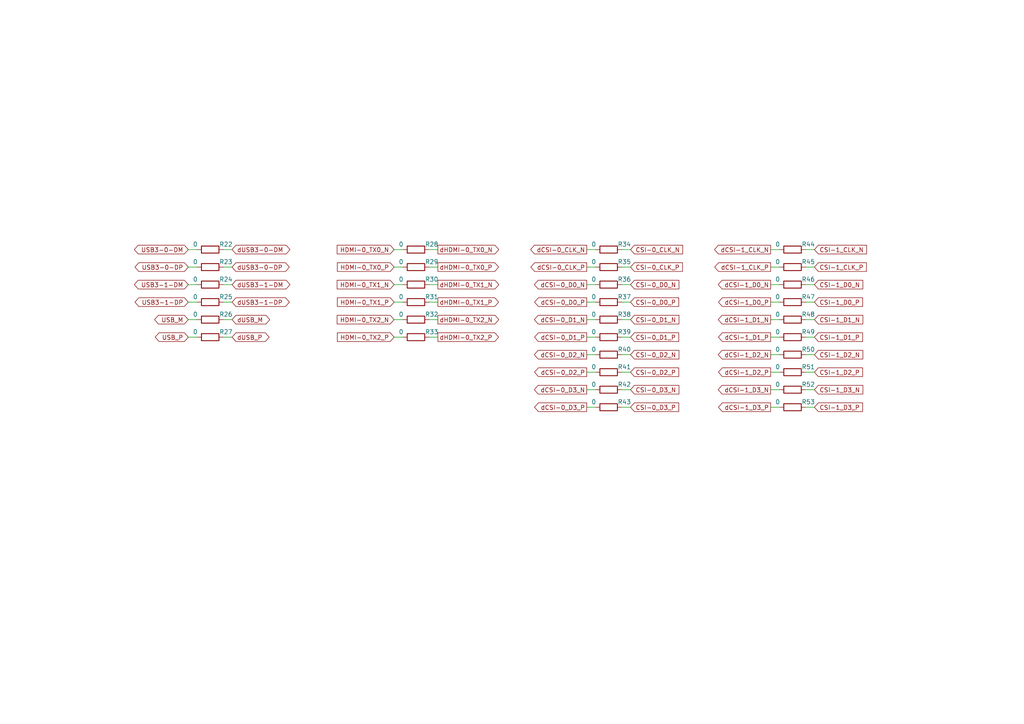
<source format=kicad_sch>
(kicad_sch (version 20250114) (generator "eeschema") (generator_version "9.0")
  (paper "A4")
  (lib_symbols
    (symbol "Device:R" (pin_numbers (hide yes)) (pin_names (offset 0))
      (property "Reference" "R" (at 2.032 0 90))
      (property "Value" "R" (at 0 0 90))
      (symbol "R_0_1"
        (rectangle (start -1.016 -2.54) (end 1.016 2.54) (stroke (width 0.254)))
      )
      (symbol "R_1_1"
        (pin passive line (at 0 3.81 270) (length 1.27) (name "~") (number "1"))
        (pin passive line (at 0 -3.81 90) (length 1.27) (name "~") (number "2"))
      )
    )
  )
  (wire (pts (xy 64.77 82.55) (xy 67.31 82.55)))
  (wire (pts (xy 233.68 72.39) (xy 236.22 72.39)))
  (wire (pts (xy 116.84 82.55) (xy 114.3 82.55)))
  (wire (pts (xy 180.34 77.47) (xy 182.88 77.47)))
  (wire (pts (xy 180.34 113.03) (xy 182.88 113.03)))
  (wire (pts (xy 172.72 92.71) (xy 170.18 92.71)))
  (wire (pts (xy 64.77 87.63) (xy 67.31 87.63)))
  (wire (pts (xy 180.34 82.55) (xy 182.88 82.55)))
  (wire (pts (xy 124.46 92.71) (xy 127 92.71)))
  (wire (pts (xy 57.15 77.47) (xy 54.61 77.47)))
  (wire (pts (xy 233.68 102.87) (xy 236.22 102.87)))
  (wire (pts (xy 223.52 77.47) (xy 226.06 77.47)))
  (wire (pts (xy 172.72 118.11) (xy 170.18 118.11)))
  (wire (pts (xy 180.34 92.71) (xy 182.88 92.71)))
  (wire (pts (xy 172.72 113.03) (xy 170.18 113.03)))
  (wire (pts (xy 223.52 118.11) (xy 226.06 118.11)))
  (wire (pts (xy 223.52 92.71) (xy 226.06 92.71)))
  (wire (pts (xy 223.52 113.03) (xy 226.06 113.03)))
  (wire (pts (xy 180.34 107.95) (xy 182.88 107.95)))
  (wire (pts (xy 116.84 92.71) (xy 114.3 92.71)))
  (wire (pts (xy 57.15 92.71) (xy 54.61 92.71)))
  (wire (pts (xy 124.46 82.55) (xy 127 82.55)))
  (wire (pts (xy 180.34 72.39) (xy 182.88 72.39)))
  (wire (pts (xy 57.15 72.39) (xy 54.61 72.39)))
  (wire (pts (xy 172.72 87.63) (xy 170.18 87.63)))
  (wire (pts (xy 223.52 102.87) (xy 226.06 102.87)))
  (wire (pts (xy 233.68 118.11) (xy 236.22 118.11)))
  (wire (pts (xy 124.46 72.39) (xy 127 72.39)))
  (wire (pts (xy 124.46 87.63) (xy 127 87.63)))
  (wire (pts (xy 172.72 72.39) (xy 170.18 72.39)))
  (wire (pts (xy 180.34 87.63) (xy 182.88 87.63)))
  (wire (pts (xy 223.52 87.63) (xy 226.06 87.63)))
  (wire (pts (xy 57.15 82.55) (xy 54.61 82.55)))
  (wire (pts (xy 116.84 72.39) (xy 114.3 72.39)))
  (wire (pts (xy 64.77 77.47) (xy 67.31 77.47)))
  (wire (pts (xy 233.68 113.03) (xy 236.22 113.03)))
  (wire (pts (xy 64.77 72.39) (xy 67.31 72.39)))
  (wire (pts (xy 172.72 107.95) (xy 170.18 107.95)))
  (wire (pts (xy 233.68 87.63) (xy 236.22 87.63)))
  (wire (pts (xy 233.68 97.79) (xy 236.22 97.79)))
  (wire (pts (xy 233.68 92.71) (xy 236.22 92.71)))
  (wire (pts (xy 172.72 97.79) (xy 170.18 97.79)))
  (wire (pts (xy 233.68 82.55) (xy 236.22 82.55)))
  (wire (pts (xy 180.34 97.79) (xy 182.88 97.79)))
  (wire (pts (xy 172.72 102.87) (xy 170.18 102.87)))
  (wire (pts (xy 64.77 92.71) (xy 67.31 92.71)))
  (wire (pts (xy 172.72 77.47) (xy 170.18 77.47)))
  (wire (pts (xy 124.46 77.47) (xy 127 77.47)))
  (wire (pts (xy 124.46 97.79) (xy 127 97.79)))
  (wire (pts (xy 223.52 97.79) (xy 226.06 97.79)))
  (wire (pts (xy 180.34 118.11) (xy 182.88 118.11)))
  (wire (pts (xy 172.72 82.55) (xy 170.18 82.55)))
  (wire (pts (xy 116.84 97.79) (xy 114.3 97.79)))
  (wire (pts (xy 233.68 107.95) (xy 236.22 107.95)))
  (wire (pts (xy 223.52 82.55) (xy 226.06 82.55)))
  (wire (pts (xy 64.77 97.79) (xy 67.31 97.79)))
  (wire (pts (xy 57.15 87.63) (xy 54.61 87.63)))
  (wire (pts (xy 233.68 77.47) (xy 236.22 77.47)))
  (wire (pts (xy 57.15 97.79) (xy 54.61 97.79)))
  (wire (pts (xy 116.84 77.47) (xy 114.3 77.47)))
  (wire (pts (xy 223.52 107.95) (xy 226.06 107.95)))
  (wire (pts (xy 223.52 72.39) (xy 226.06 72.39)))
  (wire (pts (xy 116.84 87.63) (xy 114.3 87.63)))
  (wire (pts (xy 180.34 102.87) (xy 182.88 102.87)))
  (global_label "CSI-1_D1_P" (shape input) (at 236.22 97.79 0) (property "Intersheetrefs" "${INTERSHEET_REFS}" (effects (hide yes))))
  (global_label "HDMI-0_TX0_N" (shape input) (at 114.3 72.39 180) (property "Intersheetrefs" "${INTERSHEET_REFS}" (effects (hide yes))))
  (global_label "USB_P" (shape bidirectional) (at 54.61 97.79 180) (property "Intersheetrefs" "${INTERSHEET_REFS}" (effects (hide yes))))
  (global_label "USB3-1-DM" (shape bidirectional) (at 54.61 82.55 180) (property "Intersheetrefs" "${INTERSHEET_REFS}" (effects (hide yes))))
  (global_label "CSI-0_D1_P" (shape input) (at 182.88 97.79 0) (property "Intersheetrefs" "${INTERSHEET_REFS}" (effects (hide yes))))
  (global_label "HDMI-0_TX1_P" (shape input) (at 114.3 87.63 180) (property "Intersheetrefs" "${INTERSHEET_REFS}" (effects (hide yes))))
  (global_label "dCSI-1_CLK_P" (shape output) (at 223.52 77.47 180) (property "Intersheetrefs" "${INTERSHEET_REFS}" (effects (hide yes))))
  (global_label "dUSB3-0-DP" (shape bidirectional) (at 67.31 77.47 0) (property "Intersheetrefs" "${INTERSHEET_REFS}" (effects (hide yes))))
  (global_label "dCSI-0_D3_P" (shape output) (at 170.18 118.11 180) (property "Intersheetrefs" "${INTERSHEET_REFS}" (effects (hide yes))))
  (global_label "dCSI-1_D3_P" (shape output) (at 223.52 118.11 180) (property "Intersheetrefs" "${INTERSHEET_REFS}" (effects (hide yes))))
  (global_label "dUSB3-1-DM" (shape bidirectional) (at 67.31 82.55 0) (property "Intersheetrefs" "${INTERSHEET_REFS}" (effects (hide yes))))
  (global_label "HDMI-0_TX2_N" (shape input) (at 114.3 92.71 180) (property "Intersheetrefs" "${INTERSHEET_REFS}" (effects (hide yes))))
  (global_label "dCSI-0_CLK_P" (shape output) (at 170.18 77.47 180) (property "Intersheetrefs" "${INTERSHEET_REFS}" (effects (hide yes))))
  (global_label "dCSI-1_D2_P" (shape output) (at 223.52 107.95 180) (property "Intersheetrefs" "${INTERSHEET_REFS}" (effects (hide yes))))
  (global_label "dUSB_P" (shape bidirectional) (at 67.31 97.79 0) (property "Intersheetrefs" "${INTERSHEET_REFS}" (effects (hide yes))))
  (global_label "CSI-0_D0_N" (shape input) (at 182.88 82.55 0) (property "Intersheetrefs" "${INTERSHEET_REFS}" (effects (hide yes))))
  (global_label "CSI-1_D3_N" (shape input) (at 236.22 113.03 0) (property "Intersheetrefs" "${INTERSHEET_REFS}" (effects (hide yes))))
  (global_label "CSI-1_CLK_P" (shape input) (at 236.22 77.47 0) (property "Intersheetrefs" "${INTERSHEET_REFS}" (effects (hide yes))))
  (global_label "dCSI-0_D1_P" (shape output) (at 170.18 97.79 180) (property "Intersheetrefs" "${INTERSHEET_REFS}" (effects (hide yes))))
  (global_label "CSI-0_D0_P" (shape input) (at 182.88 87.63 0) (property "Intersheetrefs" "${INTERSHEET_REFS}" (effects (hide yes))))
  (global_label "CSI-0_CLK_P" (shape input) (at 182.88 77.47 0) (property "Intersheetrefs" "${INTERSHEET_REFS}" (effects (hide yes))))
  (global_label "HDMI-0_TX1_N" (shape input) (at 114.3 82.55 180) (property "Intersheetrefs" "${INTERSHEET_REFS}" (effects (hide yes))))
  (global_label "USB3-1-DP" (shape bidirectional) (at 54.61 87.63 180) (property "Intersheetrefs" "${INTERSHEET_REFS}" (effects (hide yes))))
  (global_label "dCSI-0_D0_P" (shape output) (at 170.18 87.63 180) (property "Intersheetrefs" "${INTERSHEET_REFS}" (effects (hide yes))))
  (global_label "dCSI-1_D1_P" (shape output) (at 223.52 97.79 180) (property "Intersheetrefs" "${INTERSHEET_REFS}" (effects (hide yes))))
  (global_label "dCSI-1_D1_N" (shape output) (at 223.52 92.71 180) (property "Intersheetrefs" "${INTERSHEET_REFS}" (effects (hide yes))))
  (global_label "dUSB_M" (shape bidirectional) (at 67.31 92.71 0) (property "Intersheetrefs" "${INTERSHEET_REFS}" (effects (hide yes))))
  (global_label "CSI-0_CLK_N" (shape input) (at 182.88 72.39 0) (property "Intersheetrefs" "${INTERSHEET_REFS}" (effects (hide yes))))
  (global_label "CSI-0_D3_P" (shape input) (at 182.88 118.11 0) (property "Intersheetrefs" "${INTERSHEET_REFS}" (effects (hide yes))))
  (global_label "dHDMI-0_TX2_P" (shape output) (at 127 97.79 0) (property "Intersheetrefs" "${INTERSHEET_REFS}" (effects (hide yes))))
  (global_label "dCSI-1_D0_P" (shape output) (at 223.52 87.63 180) (property "Intersheetrefs" "${INTERSHEET_REFS}" (effects (hide yes))))
  (global_label "dUSB3-0-DM" (shape bidirectional) (at 67.31 72.39 0) (property "Intersheetrefs" "${INTERSHEET_REFS}" (effects (hide yes))))
  (global_label "dCSI-0_D2_P" (shape output) (at 170.18 107.95 180) (property "Intersheetrefs" "${INTERSHEET_REFS}" (effects (hide yes))))
  (global_label "CSI-1_D2_P" (shape input) (at 236.22 107.95 0) (property "Intersheetrefs" "${INTERSHEET_REFS}" (effects (hide yes))))
  (global_label "CSI-1_CLK_N" (shape input) (at 236.22 72.39 0) (property "Intersheetrefs" "${INTERSHEET_REFS}" (effects (hide yes))))
  (global_label "dCSI-1_D3_N" (shape output) (at 223.52 113.03 180) (property "Intersheetrefs" "${INTERSHEET_REFS}" (effects (hide yes))))
  (global_label "USB3-0-DP" (shape bidirectional) (at 54.61 77.47 180) (property "Intersheetrefs" "${INTERSHEET_REFS}" (effects (hide yes))))
  (global_label "CSI-1_D3_P" (shape input) (at 236.22 118.11 0) (property "Intersheetrefs" "${INTERSHEET_REFS}" (effects (hide yes))))
  (global_label "dCSI-0_D3_N" (shape output) (at 170.18 113.03 180) (property "Intersheetrefs" "${INTERSHEET_REFS}" (effects (hide yes))))
  (global_label "dCSI-0_D1_N" (shape output) (at 170.18 92.71 180) (property "Intersheetrefs" "${INTERSHEET_REFS}" (effects (hide yes))))
  (global_label "dHDMI-0_TX1_N" (shape output) (at 127 82.55 0) (property "Intersheetrefs" "${INTERSHEET_REFS}" (effects (hide yes))))
  (global_label "dHDMI-0_TX2_N" (shape output) (at 127 92.71 0) (property "Intersheetrefs" "${INTERSHEET_REFS}" (effects (hide yes))))
  (global_label "HDMI-0_TX2_P" (shape input) (at 114.3 97.79 180) (property "Intersheetrefs" "${INTERSHEET_REFS}" (effects (hide yes))))
  (global_label "CSI-0_D2_N" (shape input) (at 182.88 102.87 0) (property "Intersheetrefs" "${INTERSHEET_REFS}" (effects (hide yes))))
  (global_label "CSI-1_D0_P" (shape input) (at 236.22 87.63 0) (property "Intersheetrefs" "${INTERSHEET_REFS}" (effects (hide yes))))
  (global_label "dHDMI-0_TX0_N" (shape output) (at 127 72.39 0) (property "Intersheetrefs" "${INTERSHEET_REFS}" (effects (hide yes))))
  (global_label "dCSI-0_CLK_N" (shape output) (at 170.18 72.39 180) (property "Intersheetrefs" "${INTERSHEET_REFS}" (effects (hide yes))))
  (global_label "CSI-1_D2_N" (shape input) (at 236.22 102.87 0) (property "Intersheetrefs" "${INTERSHEET_REFS}" (effects (hide yes))))
  (global_label "dCSI-1_D0_N" (shape output) (at 223.52 82.55 180) (property "Intersheetrefs" "${INTERSHEET_REFS}" (effects (hide yes))))
  (global_label "USB3-0-DM" (shape bidirectional) (at 54.61 72.39 180) (property "Intersheetrefs" "${INTERSHEET_REFS}" (effects (hide yes))))
  (global_label "dUSB3-1-DP" (shape bidirectional) (at 67.31 87.63 0) (property "Intersheetrefs" "${INTERSHEET_REFS}" (effects (hide yes))))
  (global_label "CSI-1_D0_N" (shape input) (at 236.22 82.55 0) (property "Intersheetrefs" "${INTERSHEET_REFS}" (effects (hide yes))))
  (global_label "USB_M" (shape bidirectional) (at 54.61 92.71 180) (property "Intersheetrefs" "${INTERSHEET_REFS}" (effects (hide yes))))
  (global_label "CSI-0_D2_P" (shape input) (at 182.88 107.95 0) (property "Intersheetrefs" "${INTERSHEET_REFS}" (effects (hide yes))))
  (global_label "dCSI-0_D0_N" (shape output) (at 170.18 82.55 180) (property "Intersheetrefs" "${INTERSHEET_REFS}" (effects (hide yes))))
  (global_label "CSI-0_D3_N" (shape input) (at 182.88 113.03 0) (property "Intersheetrefs" "${INTERSHEET_REFS}" (effects (hide yes))))
  (global_label "HDMI-0_TX0_P" (shape input) (at 114.3 77.47 180) (property "Intersheetrefs" "${INTERSHEET_REFS}" (effects (hide yes))))
  (global_label "dHDMI-0_TX1_P" (shape output) (at 127 87.63 0) (property "Intersheetrefs" "${INTERSHEET_REFS}" (effects (hide yes))))
  (global_label "dHDMI-0_TX0_P" (shape output) (at 127 77.47 0) (property "Intersheetrefs" "${INTERSHEET_REFS}" (effects (hide yes))))
  (global_label "CSI-0_D1_N" (shape input) (at 182.88 92.71 0) (property "Intersheetrefs" "${INTERSHEET_REFS}" (effects (hide yes))))
  (global_label "CSI-1_D1_N" (shape input) (at 236.22 92.71 0) (property "Intersheetrefs" "${INTERSHEET_REFS}" (effects (hide yes))))
  (global_label "dCSI-0_D2_N" (shape output) (at 170.18 102.87 180) (property "Intersheetrefs" "${INTERSHEET_REFS}" (effects (hide yes))))
  (global_label "dCSI-1_CLK_N" (shape output) (at 223.52 72.39 180) (property "Intersheetrefs" "${INTERSHEET_REFS}" (effects (hide yes))))
  (global_label "dCSI-1_D2_N" (shape output) (at 223.52 102.87 180) (property "Intersheetrefs" "${INTERSHEET_REFS}" (effects (hide yes))))
  (symbol (lib_id "Device:R") (at 120.65 72.39 90) (unit 1)
    (property "Reference" "R28" (at 125.222 70.866 90))
    (property "Value" "0" (at 116.332 70.866 90))
    (property "Footprint" "Resistor_SMD:R_0402_1005Metric" (effects (hide yes)))
    (property "Description" "Resistor" (effects (hide yes)))
  )
  (symbol (lib_id "Device:R") (at 176.53 87.63 90) (unit 1)
    (property "Reference" "R37" (at 181.102 86.106 90))
    (property "Value" "0" (at 172.212 86.106 90))
    (property "Footprint" "Resistor_SMD:R_0402_1005Metric" (effects (hide yes)))
    (property "Description" "Resistor" (effects (hide yes)))
  )
  (symbol (lib_id "Device:R") (at 120.65 82.55 90) (unit 1)
    (property "Reference" "R30" (at 125.222 81.026 90))
    (property "Value" "0" (at 116.332 81.026 90))
    (property "Footprint" "Resistor_SMD:R_0402_1005Metric" (effects (hide yes)))
    (property "Description" "Resistor" (effects (hide yes)))
  )
  (symbol (lib_id "Device:R") (at 229.87 87.63 90) (unit 1)
    (property "Reference" "R47" (at 234.442 86.106 90))
    (property "Value" "0" (at 225.552 86.106 90))
    (property "Footprint" "Resistor_SMD:R_0402_1005Metric" (effects (hide yes)))
    (property "Description" "Resistor" (effects (hide yes)))
  )
  (symbol (lib_id "Device:R") (at 229.87 72.39 90) (unit 1)
    (property "Reference" "R44" (at 234.442 70.866 90))
    (property "Value" "0" (at 225.552 70.866 90))
    (property "Footprint" "Resistor_SMD:R_0402_1005Metric" (effects (hide yes)))
    (property "Description" "Resistor" (effects (hide yes)))
  )
  (symbol (lib_id "Device:R") (at 60.96 97.79 90) (unit 1)
    (property "Reference" "R27" (at 65.532 96.266 90))
    (property "Value" "0" (at 56.642 96.266 90))
    (property "Footprint" "Resistor_SMD:R_0402_1005Metric" (effects (hide yes)))
    (property "Description" "Resistor" (effects (hide yes)))
  )
  (symbol (lib_id "Device:R") (at 60.96 87.63 90) (unit 1)
    (property "Reference" "R25" (at 65.532 86.106 90))
    (property "Value" "0" (at 56.642 86.106 90))
    (property "Footprint" "Resistor_SMD:R_0402_1005Metric" (effects (hide yes)))
    (property "Description" "Resistor" (effects (hide yes)))
  )
  (symbol (lib_id "Device:R") (at 229.87 102.87 90) (unit 1)
    (property "Reference" "R50" (at 234.442 101.346 90))
    (property "Value" "0" (at 225.552 101.346 90))
    (property "Footprint" "Resistor_SMD:R_0402_1005Metric" (effects (hide yes)))
    (property "Description" "Resistor" (effects (hide yes)))
  )
  (symbol (lib_id "Device:R") (at 60.96 92.71 90) (unit 1)
    (property "Reference" "R26" (at 65.532 91.186 90))
    (property "Value" "0" (at 56.642 91.186 90))
    (property "Footprint" "Resistor_SMD:R_0402_1005Metric" (effects (hide yes)))
    (property "Description" "Resistor" (effects (hide yes)))
  )
  (symbol (lib_id "Device:R") (at 120.65 97.79 90) (unit 1)
    (property "Reference" "R33" (at 125.222 96.266 90))
    (property "Value" "0" (at 116.332 96.266 90))
    (property "Footprint" "Resistor_SMD:R_0402_1005Metric" (effects (hide yes)))
    (property "Description" "Resistor" (effects (hide yes)))
  )
  (symbol (lib_id "Device:R") (at 229.87 77.47 90) (unit 1)
    (property "Reference" "R45" (at 234.442 75.946 90))
    (property "Value" "0" (at 225.552 75.946 90))
    (property "Footprint" "Resistor_SMD:R_0402_1005Metric" (effects (hide yes)))
    (property "Description" "Resistor" (effects (hide yes)))
  )
  (symbol (lib_id "Device:R") (at 176.53 77.47 90) (unit 1)
    (property "Reference" "R35" (at 181.102 75.946 90))
    (property "Value" "0" (at 172.212 75.946 90))
    (property "Footprint" "Resistor_SMD:R_0402_1005Metric" (effects (hide yes)))
    (property "Description" "Resistor" (effects (hide yes)))
  )
  (symbol (lib_id "Device:R") (at 176.53 113.03 90) (unit 1)
    (property "Reference" "R42" (at 181.102 111.506 90))
    (property "Value" "0" (at 172.212 111.506 90))
    (property "Footprint" "Resistor_SMD:R_0402_1005Metric" (effects (hide yes)))
    (property "Description" "Resistor" (effects (hide yes)))
  )
  (symbol (lib_id "Device:R") (at 176.53 72.39 90) (unit 1)
    (property "Reference" "R34" (at 181.102 70.866 90))
    (property "Value" "0" (at 172.212 70.866 90))
    (property "Footprint" "Resistor_SMD:R_0402_1005Metric" (effects (hide yes)))
    (property "Description" "Resistor" (effects (hide yes)))
  )
  (symbol (lib_id "Device:R") (at 176.53 102.87 90) (unit 1)
    (property "Reference" "R40" (at 181.102 101.346 90))
    (property "Value" "0" (at 172.212 101.346 90))
    (property "Footprint" "Resistor_SMD:R_0402_1005Metric" (effects (hide yes)))
    (property "Description" "Resistor" (effects (hide yes)))
  )
  (symbol (lib_id "Device:R") (at 229.87 113.03 90) (unit 1)
    (property "Reference" "R52" (at 234.442 111.506 90))
    (property "Value" "0" (at 225.552 111.506 90))
    (property "Footprint" "Resistor_SMD:R_0402_1005Metric" (effects (hide yes)))
    (property "Description" "Resistor" (effects (hide yes)))
  )
  (symbol (lib_id "Device:R") (at 120.65 87.63 90) (unit 1)
    (property "Reference" "R31" (at 125.222 86.106 90))
    (property "Value" "0" (at 116.332 86.106 90))
    (property "Footprint" "Resistor_SMD:R_0402_1005Metric" (effects (hide yes)))
    (property "Description" "Resistor" (effects (hide yes)))
  )
  (symbol (lib_id "Device:R") (at 229.87 118.11 90) (unit 1)
    (property "Reference" "R53" (at 234.442 116.586 90))
    (property "Value" "0" (at 225.552 116.586 90))
    (property "Footprint" "Resistor_SMD:R_0402_1005Metric" (effects (hide yes)))
    (property "Description" "Resistor" (effects (hide yes)))
  )
  (symbol (lib_id "Device:R") (at 60.96 77.47 90) (unit 1)
    (property "Reference" "R23" (at 65.532 75.946 90))
    (property "Value" "0" (at 56.642 75.946 90))
    (property "Footprint" "Resistor_SMD:R_0402_1005Metric" (effects (hide yes)))
    (property "Description" "Resistor" (effects (hide yes)))
  )
  (symbol (lib_id "Device:R") (at 120.65 77.47 90) (unit 1)
    (property "Reference" "R29" (at 125.222 75.946 90))
    (property "Value" "0" (at 116.332 75.946 90))
    (property "Footprint" "Resistor_SMD:R_0402_1005Metric" (effects (hide yes)))
    (property "Description" "Resistor" (effects (hide yes)))
  )
  (symbol (lib_id "Device:R") (at 176.53 107.95 90) (unit 1)
    (property "Reference" "R41" (at 181.102 106.426 90))
    (property "Value" "0" (at 172.212 106.426 90))
    (property "Footprint" "Resistor_SMD:R_0402_1005Metric" (effects (hide yes)))
    (property "Description" "Resistor" (effects (hide yes)))
  )
  (symbol (lib_id "Device:R") (at 176.53 118.11 90) (unit 1)
    (property "Reference" "R43" (at 181.102 116.586 90))
    (property "Value" "0" (at 172.212 116.586 90))
    (property "Footprint" "Resistor_SMD:R_0402_1005Metric" (effects (hide yes)))
    (property "Description" "Resistor" (effects (hide yes)))
  )
  (symbol (lib_id "Device:R") (at 229.87 82.55 90) (unit 1)
    (property "Reference" "R46" (at 234.442 81.026 90))
    (property "Value" "0" (at 225.552 81.026 90))
    (property "Footprint" "Resistor_SMD:R_0402_1005Metric" (effects (hide yes)))
    (property "Description" "Resistor" (effects (hide yes)))
  )
  (symbol (lib_id "Device:R") (at 229.87 97.79 90) (unit 1)
    (property "Reference" "R49" (at 234.442 96.266 90))
    (property "Value" "0" (at 225.552 96.266 90))
    (property "Footprint" "Resistor_SMD:R_0402_1005Metric" (effects (hide yes)))
    (property "Description" "Resistor" (effects (hide yes)))
  )
  (symbol (lib_id "Device:R") (at 229.87 92.71 90) (unit 1)
    (property "Reference" "R48" (at 234.442 91.186 90))
    (property "Value" "0" (at 225.552 91.186 90))
    (property "Footprint" "Resistor_SMD:R_0402_1005Metric" (effects (hide yes)))
    (property "Description" "Resistor" (effects (hide yes)))
  )
  (symbol (lib_id "Device:R") (at 176.53 97.79 90) (unit 1)
    (property "Reference" "R39" (at 181.102 96.266 90))
    (property "Value" "0" (at 172.212 96.266 90))
    (property "Footprint" "Resistor_SMD:R_0402_1005Metric" (effects (hide yes)))
    (property "Description" "Resistor" (effects (hide yes)))
  )
  (symbol (lib_id "Device:R") (at 176.53 92.71 90) (unit 1)
    (property "Reference" "R38" (at 181.102 91.186 90))
    (property "Value" "0" (at 172.212 91.186 90))
    (property "Footprint" "Resistor_SMD:R_0402_1005Metric" (effects (hide yes)))
    (property "Description" "Resistor" (effects (hide yes)))
  )
  (symbol (lib_id "Device:R") (at 176.53 82.55 90) (unit 1)
    (property "Reference" "R36" (at 181.102 81.026 90))
    (property "Value" "0" (at 172.212 81.026 90))
    (property "Footprint" "Resistor_SMD:R_0402_1005Metric" (effects (hide yes)))
    (property "Description" "Resistor" (effects (hide yes)))
  )
  (symbol (lib_id "Device:R") (at 60.96 82.55 90) (unit 1)
    (property "Reference" "R24" (at 65.532 81.026 90))
    (property "Value" "0" (at 56.642 81.026 90))
    (property "Footprint" "Resistor_SMD:R_0402_1005Metric" (effects (hide yes)))
    (property "Description" "Resistor" (effects (hide yes)))
  )
  (symbol (lib_id "Device:R") (at 120.65 92.71 90) (unit 1)
    (property "Reference" "R32" (at 125.222 91.186 90))
    (property "Value" "0" (at 116.332 91.186 90))
    (property "Footprint" "Resistor_SMD:R_0402_1005Metric" (effects (hide yes)))
    (property "Description" "Resistor" (effects (hide yes)))
  )
  (symbol (lib_id "Device:R") (at 60.96 72.39 90) (unit 1)
    (property "Reference" "R22" (at 65.532 70.866 90))
    (property "Value" "0" (at 56.642 70.866 90))
    (property "Footprint" "Resistor_SMD:R_0402_1005Metric" (effects (hide yes)))
    (property "Description" "Resistor" (effects (hide yes)))
  )
  (symbol (lib_id "Device:R") (at 229.87 107.95 90) (unit 1)
    (property "Reference" "R51" (at 234.442 106.426 90))
    (property "Value" "0" (at 225.552 106.426 90))
    (property "Footprint" "Resistor_SMD:R_0402_1005Metric" (effects (hide yes)))
    (property "Description" "Resistor" (effects (hide yes)))
  )
)
</source>
